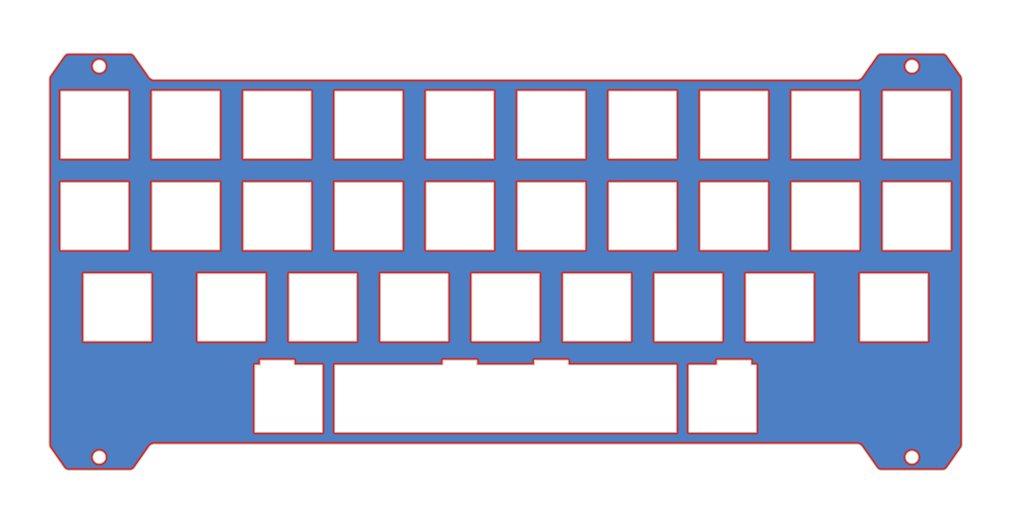
<source format=kicad_pcb>
(kicad_pcb (version 20211014) (generator pcbnew)
  (layers (0 "F.Cu" signal) (31 "B.Cu" signal) (34 "B.Paste" user) (35 "F.Paste" user) (36 "B.SilkS" user "B.Silkscreen") (37 "F.SilkS" user "F.Silkscreen") (38 "B.Mask" user) (39 "F.Mask" user) (44 "Edge.Cuts" user))
  (net 0 "")
  (gr_line (start 187.325 109.5375) (end 193.20625 109.5375) (layer "Edge.Cuts") (width 0.2))
  (gr_arc (start 222.320781 126.0625) (mid 222.851111 126.180577) (end 223.28125 126.5125) (layer "Edge.Cuts") (width 0.2))
  (gr_line (start 155.10625 109.5375) (end 155.10625 108.5375) (layer "Edge.Cuts") (width 0.2))
  (gr_line (start 94.45625 71.4375) (end 108.45625 71.4375) (layer "Edge.Cuts") (width 0.2))
  (gr_line (start 61.11875 90.4875) (end 75.11875 90.4875) (layer "Edge.Cuts") (width 0.2))
  (gr_line (start 227.80625 52.3875) (end 241.80625 52.3875) (layer "Edge.Cuts") (width 0.2))
  (gr_line (start 237.04375 90.4875) (end 237.04375 104.4875) (layer "Edge.Cuts") (width 0.2))
  (gr_line (start 200.20625 109.5375) (end 201.325 109.5375) (layer "Edge.Cuts") (width 0.2))
  (gr_line (start 208.75625 71.4375) (end 222.75625 71.4375) (layer "Edge.Cuts") (width 0.2))
  (gr_line (start 117.98125 104.4875) (end 103.98125 104.4875) (layer "Edge.Cuts") (width 0.2))
  (gr_line (start 97.95625 108.5375) (end 104.95625 108.5375) (layer "Edge.Cuts") (width 0.2))
  (gr_line (start 104.95625 108.5375) (end 104.95625 109.5375) (layer "Edge.Cuts") (width 0.2))
  (gr_line (start 223.04375 90.4875) (end 237.04375 90.4875) (layer "Edge.Cuts") (width 0.2))
  (gr_line (start 137.03125 90.4875) (end 137.03125 104.4875) (layer "Edge.Cuts") (width 0.2))
  (gr_line (start 75.40625 66.3875) (end 75.40625 52.3875) (layer "Edge.Cuts") (width 0.2))
  (gr_line (start 222.75625 85.4375) (end 208.75625 85.4375) (layer "Edge.Cuts") (width 0.2))
  (gr_line (start 241.80625 85.4375) (end 227.80625 85.4375) (layer "Edge.Cuts") (width 0.2))
  (gr_line (start 123.03125 90.4875) (end 137.03125 90.4875) (layer "Edge.Cuts") (width 0.2))
  (gr_circle (center 233.80625 47.1625) (end 235.08125 47.1625) (layer "Edge.Cuts") (width 0.2) (fill none))
  (gr_line (start 162.10625 109.5375) (end 184.65625 109.5375) (layer "Edge.Cuts") (width 0.2))
  (gr_line (start 89.40625 52.3875) (end 89.40625 66.3875) (layer "Edge.Cuts") (width 0.2))
  (gr_line (start 57.982069 44.4125) (end 70.730431 44.4125) (layer "Edge.Cuts") (width 0.2))
  (gr_line (start 123.03125 104.4875) (end 123.03125 90.4875) (layer "Edge.Cuts") (width 0.2))
  (gr_line (start 89.40625 71.4375) (end 89.40625 85.4375) (layer "Edge.Cuts") (width 0.2))
  (gr_arc (start 226.40803 44.945672) (mid 226.854807 44.553777) (end 227.432069 44.4125) (layer "Edge.Cuts") (width 0.2))
  (gr_line (start 180.18125 104.4875) (end 180.18125 90.4875) (layer "Edge.Cuts") (width 0.2))
  (gr_line (start 56.35625 52.3875) (end 70.35625 52.3875) (layer "Edge.Cuts") (width 0.2))
  (gr_line (start 170.65625 66.3875) (end 170.65625 52.3875) (layer "Edge.Cuts") (width 0.2))
  (gr_line (start 103.98125 90.4875) (end 117.98125 90.4875) (layer "Edge.Cuts") (width 0.2))
  (gr_line (start 70.730431 131.5125) (end 57.982069 131.5125) (layer "Edge.Cuts") (width 0.2))
  (gr_line (start 241.80625 66.3875) (end 227.80625 66.3875) (layer "Edge.Cuts") (width 0.2))
  (gr_line (start 175.13125 104.4875) (end 161.13125 104.4875) (layer "Edge.Cuts") (width 0.2))
  (gr_line (start 155.10625 108.5375) (end 162.10625 108.5375) (layer "Edge.Cuts") (width 0.2))
  (gr_line (start 244.10529 126.8353) (end 241.20447 130.979328) (layer "Edge.Cuts") (width 0.2))
  (gr_line (start 96.8375 109.5375) (end 97.95625 109.5375) (layer "Edge.Cuts") (width 0.2))
  (gr_line (start 110.8375 109.5375) (end 110.8375 123.5375) (layer "Edge.Cuts") (width 0.2))
  (gr_line (start 162.10625 108.5375) (end 162.10625 109.5375) (layer "Edge.Cuts") (width 0.2))
  (gr_line (start 151.60625 66.3875) (end 151.60625 52.3875) (layer "Edge.Cuts") (width 0.2))
  (gr_line (start 96.8375 123.5375) (end 96.8375 109.5375) (layer "Edge.Cuts") (width 0.2))
  (gr_line (start 142.08125 104.4875) (end 142.08125 90.4875) (layer "Edge.Cuts") (width 0.2))
  (gr_line (start 203.70625 52.3875) (end 203.70625 66.3875) (layer "Edge.Cuts") (width 0.2))
  (gr_line (start 113.50625 85.4375) (end 113.50625 71.4375) (layer "Edge.Cuts") (width 0.2))
  (gr_arc (start 75.841719 49.8625) (mid 75.311389 49.744423) (end 74.88125 49.4125) (layer "Edge.Cuts") (width 0.2))
  (gr_line (start 103.98125 104.4875) (end 103.98125 90.4875) (layer "Edge.Cuts") (width 0.2))
  (gr_line (start 241.80625 52.3875) (end 241.80625 66.3875) (layer "Edge.Cuts") (width 0.2))
  (gr_line (start 70.35625 71.4375) (end 70.35625 85.4375) (layer "Edge.Cuts") (width 0.2))
  (gr_line (start 175.13125 90.4875) (end 175.13125 104.4875) (layer "Edge.Cuts") (width 0.2))
  (gr_arc (start 74.88125 126.5125) (mid 75.311389 126.180577) (end 75.841719 126.0625) (layer "Edge.Cuts") (width 0.2))
  (gr_line (start 142.08125 90.4875) (end 156.08125 90.4875) (layer "Edge.Cuts") (width 0.2))
  (gr_line (start 208.75625 52.3875) (end 222.75625 52.3875) (layer "Edge.Cuts") (width 0.2))
  (gr_line (start 184.65625 109.5375) (end 184.65625 123.5375) (layer "Edge.Cuts") (width 0.2))
  (gr_arc (start 54.05721 126.8353) (mid 53.889078 126.494271) (end 53.83125 126.118472) (layer "Edge.Cuts") (width 0.2))
  (gr_circle (center 64.35625 128.7625) (end 65.63125 128.7625) (layer "Edge.Cuts") (width 0.2) (fill none))
  (gr_line (start 223.04375 104.4875) (end 223.04375 90.4875) (layer "Edge.Cuts") (width 0.2))
  (gr_line (start 201.325 123.5375) (end 187.325 123.5375) (layer "Edge.Cuts") (width 0.2))
  (gr_line (start 56.35625 66.3875) (end 56.35625 52.3875) (layer "Edge.Cuts") (width 0.2))
  (gr_line (start 61.11875 104.4875) (end 61.11875 90.4875) (layer "Edge.Cuts") (width 0.2))
  (gr_circle (center 64.35625 47.1625) (end 65.63125 47.1625) (layer "Edge.Cuts") (width 0.2) (fill none))
  (gr_line (start 194.18125 104.4875) (end 180.18125 104.4875) (layer "Edge.Cuts") (width 0.2))
  (gr_line (start 227.80625 71.4375) (end 241.80625 71.4375) (layer "Edge.Cuts") (width 0.2))
  (gr_line (start 165.60625 71.4375) (end 165.60625 85.4375) (layer "Edge.Cuts") (width 0.2))
  (gr_arc (start 71.75447 130.979328) (mid 71.307693 131.371223) (end 70.730431 131.5125) (layer "Edge.Cuts") (width 0.2))
  (gr_line (start 184.65625 85.4375) (end 170.65625 85.4375) (layer "Edge.Cuts") (width 0.2))
  (gr_line (start 189.70625 71.4375) (end 203.70625 71.4375) (layer "Edge.Cuts") (width 0.2))
  (gr_line (start 194.18125 90.4875) (end 194.18125 104.4875) (layer "Edge.Cuts") (width 0.2))
  (gr_line (start 97.95625 109.5375) (end 97.95625 108.5375) (layer "Edge.Cuts") (width 0.2))
  (gr_line (start 54.05721 49.0897) (end 56.95803 44.945672) (layer "Edge.Cuts") (width 0.2))
  (gr_line (start 165.60625 66.3875) (end 151.60625 66.3875) (layer "Edge.Cuts") (width 0.2))
  (gr_line (start 208.75625 85.4375) (end 208.75625 71.4375) (layer "Edge.Cuts") (width 0.2))
  (gr_line (start 132.55625 66.3875) (end 132.55625 52.3875) (layer "Edge.Cuts") (width 0.2))
  (gr_line (start 180.18125 90.4875) (end 194.18125 90.4875) (layer "Edge.Cuts") (width 0.2))
  (gr_line (start 113.50625 52.3875) (end 127.50625 52.3875) (layer "Edge.Cuts") (width 0.2))
  (gr_line (start 203.70625 66.3875) (end 189.70625 66.3875) (layer "Edge.Cuts") (width 0.2))
  (gr_line (start 136.05625 108.5375) (end 143.05625 108.5375) (layer "Edge.Cuts") (width 0.2))
  (gr_line (start 203.70625 71.4375) (end 203.70625 85.4375) (layer "Edge.Cuts") (width 0.2))
  (gr_line (start 208.75625 66.3875) (end 208.75625 52.3875) (layer "Edge.Cuts") (width 0.2))
  (gr_line (start 184.65625 52.3875) (end 184.65625 66.3875) (layer "Edge.Cuts") (width 0.2))
  (gr_line (start 143.05625 108.5375) (end 143.05625 109.5375) (layer "Edge.Cuts") (width 0.2))
  (gr_arc (start 227.432069 131.5125) (mid 226.854806 131.371223) (end 226.40803 130.979328) (layer "Edge.Cuts") (width 0.2))
  (gr_line (start 222.75625 52.3875) (end 222.75625 66.3875) (layer "Edge.Cuts") (width 0.2))
  (gr_line (start 127.50625 66.3875) (end 113.50625 66.3875) (layer "Edge.Cuts") (width 0.2))
  (gr_line (start 184.65625 71.4375) (end 184.65625 85.4375) (layer "Edge.Cuts") (width 0.2))
  (gr_line (start 75.11875 90.4875) (end 75.11875 104.4875) (layer "Edge.Cuts") (width 0.2))
  (gr_arc (start 240.180431 44.4125) (mid 240.757694 44.553777) (end 241.20447 44.945672) (layer "Edge.Cuts") (width 0.2))
  (gr_line (start 151.60625 71.4375) (end 165.60625 71.4375) (layer "Edge.Cuts") (width 0.2))
  (gr_line (start 136.05625 109.5375) (end 136.05625 108.5375) (layer "Edge.Cuts") (width 0.2))
  (gr_line (start 199.23125 90.4875) (end 213.23125 90.4875) (layer "Edge.Cuts") (width 0.2))
  (gr_line (start 70.35625 85.4375) (end 56.35625 85.4375) (layer "Edge.Cuts") (width 0.2))
  (gr_line (start 203.70625 85.4375) (end 189.70625 85.4375) (layer "Edge.Cuts") (width 0.2))
  (gr_line (start 89.40625 85.4375) (end 75.40625 85.4375) (layer "Edge.Cuts") (width 0.2))
  (gr_line (start 94.45625 66.3875) (end 94.45625 52.3875) (layer "Edge.Cuts") (width 0.2))
  (gr_line (start 199.23125 104.4875) (end 199.23125 90.4875) (layer "Edge.Cuts") (width 0.2))
  (gr_line (start 56.95803 130.979328) (end 54.05721 126.8353) (layer "Edge.Cuts") (width 0.2))
  (gr_line (start 201.325 109.5375) (end 201.325 123.5375) (layer "Edge.Cuts") (width 0.2))
  (gr_line (start 53.83125 126.118472) (end 53.83125 49.806528) (layer "Edge.Cuts") (width 0.2))
  (gr_line (start 143.05625 109.5375) (end 155.10625 109.5375) (layer "Edge.Cuts") (width 0.2))
  (gr_line (start 113.50625 66.3875) (end 113.50625 52.3875) (layer "Edge.Cuts") (width 0.2))
  (gr_arc (start 223.28125 49.4125) (mid 222.851111 49.744423) (end 222.320781 49.8625) (layer "Edge.Cuts") (width 0.2))
  (gr_line (start 146.55625 71.4375) (end 146.55625 85.4375) (layer "Edge.Cuts") (width 0.2))
  (gr_arc (start 56.95803 44.945672) (mid 57.404807 44.553777) (end 57.982069 44.4125) (layer "Edge.Cuts") (width 0.2))
  (gr_line (start 151.60625 52.3875) (end 165.60625 52.3875) (layer "Edge.Cuts") (width 0.2))
  (gr_line (start 84.93125 104.4875) (end 84.93125 90.4875) (layer "Edge.Cuts") (width 0.2))
  (gr_line (start 113.50625 71.4375) (end 127.50625 71.4375) (layer "Edge.Cuts") (width 0.2))
  (gr_line (start 213.23125 104.4875) (end 199.23125 104.4875) (layer "Edge.Cuts") (width 0.2))
  (gr_line (start 189.70625 66.3875) (end 189.70625 52.3875) (layer "Edge.Cuts") (width 0.2))
  (gr_line (start 74.88125 126.5125) (end 71.75447 130.979328) (layer "Edge.Cuts") (width 0.2))
  (gr_line (start 170.65625 85.4375) (end 170.65625 71.4375) (layer "Edge.Cuts") (width 0.2))
  (gr_line (start 113.50625 123.5375) (end 113.50625 109.5375) (layer "Edge.Cuts") (width 0.2))
  (gr_line (start 227.80625 85.4375) (end 227.80625 71.4375) (layer "Edge.Cuts") (width 0.2))
  (gr_line (start 113.50625 109.5375) (end 136.05625 109.5375) (layer "Edge.Cuts") (width 0.2))
  (gr_line (start 71.75447 44.945672) (end 74.88125 49.4125) (layer "Edge.Cuts") (width 0.2))
  (gr_line (start 170.65625 52.3875) (end 184.65625 52.3875) (layer "Edge.Cuts") (width 0.2))
  (gr_line (start 89.40625 66.3875) (end 75.40625 66.3875) (layer "Edge.Cuts") (width 0.2))
  (gr_line (start 84.93125 90.4875) (end 98.93125 90.4875) (layer "Edge.Cuts") (width 0.2))
  (gr_line (start 117.98125 90.4875) (end 117.98125 104.4875) (layer "Edge.Cuts") (width 0.2))
  (gr_arc (start 70.730431 44.4125) (mid 71.307694 44.553777) (end 71.75447 44.945672) (layer "Edge.Cuts") (width 0.2))
  (gr_line (start 127.50625 52.3875) (end 127.50625 66.3875) (layer "Edge.Cuts") (width 0.2))
  (gr_line (start 241.20447 44.945672) (end 244.10529 49.0897) (layer "Edge.Cuts") (width 0.2))
  (gr_arc (start 244.10529 49.0897) (mid 244.273422 49.430729) (end 244.33125 49.806528) (layer "Edge.Cuts") (width 0.2))
  (gr_line (start 184.65625 123.5375) (end 113.50625 123.5375) (layer "Edge.Cuts") (width 0.2))
  (gr_line (start 161.13125 90.4875) (end 175.13125 90.4875) (layer "Edge.Cuts") (width 0.2))
  (gr_line (start 56.35625 71.4375) (end 70.35625 71.4375) (layer "Edge.Cuts") (width 0.2))
  (gr_line (start 108.45625 85.4375) (end 94.45625 85.4375) (layer "Edge.Cuts") (width 0.2))
  (gr_line (start 75.11875 104.4875) (end 61.11875 104.4875) (layer "Edge.Cuts") (width 0.2))
  (gr_line (start 193.20625 108.5375) (end 200.20625 108.5375) (layer "Edge.Cuts") (width 0.2))
  (gr_line (start 108.45625 52.3875) (end 108.45625 66.3875) (layer "Edge.Cuts") (width 0.2))
  (gr_line (start 146.55625 52.3875) (end 146.55625 66.3875) (layer "Edge.Cuts") (width 0.2))
  (gr_line (start 222.75625 71.4375) (end 222.75625 85.4375) (layer "Edge.Cuts") (width 0.2))
  (gr_line (start 108.45625 71.4375) (end 108.45625 85.4375) (layer "Edge.Cuts") (width 0.2))
  (gr_line (start 70.35625 52.3875) (end 70.35625 66.3875) (layer "Edge.Cuts") (width 0.2))
  (gr_line (start 75.40625 85.4375) (end 75.40625 71.4375) (layer "Edge.Cuts") (width 0.2))
  (gr_line (start 184.65625 66.3875) (end 170.65625 66.3875) (layer "Edge.Cuts") (width 0.2))
  (gr_line (start 189.70625 52.3875) (end 203.70625 52.3875) (layer "Edge.Cuts") (width 0.2))
  (gr_line (start 56.35625 85.4375) (end 56.35625 71.4375) (layer "Edge.Cuts") (width 0.2))
  (gr_line (start 244.33125 49.806528) (end 244.33125 126.118472) (layer "Edge.Cuts") (width 0.2))
  (gr_line (start 98.93125 104.4875) (end 84.93125 104.4875) (layer "Edge.Cuts") (width 0.2))
  (gr_line (start 241.80625 71.4375) (end 241.80625 85.4375) (layer "Edge.Cuts") (width 0.2))
  (gr_line (start 132.55625 71.4375) (end 146.55625 71.4375) (layer "Edge.Cuts") (width 0.2))
  (gr_line (start 156.08125 90.4875) (end 156.08125 104.4875) (layer "Edge.Cuts") (width 0.2))
  (gr_arc (start 53.83125 49.806528) (mid 53.889078 49.430729) (end 54.05721 49.0897) (layer "Edge.Cuts") (width 0.2))
  (gr_line (start 222.75625 66.3875) (end 208.75625 66.3875) (layer "Edge.Cuts") (width 0.2))
  (gr_line (start 127.50625 71.4375) (end 127.50625 85.4375) (layer "Edge.Cuts") (width 0.2))
  (gr_arc (start 241.20447 130.979328) (mid 240.757693 131.371223) (end 240.180431 131.5125) (layer "Edge.Cuts") (width 0.2))
  (gr_line (start 108.45625 66.3875) (end 94.45625 66.3875) (layer "Edge.Cuts") (width 0.2))
  (gr_line (start 170.65625 71.4375) (end 184.65625 71.4375) (layer "Edge.Cuts") (width 0.2))
  (gr_arc (start 244.33125 126.118472) (mid 244.273422 126.494271) (end 244.10529 126.8353) (layer "Edge.Cuts") (width 0.2))
  (gr_line (start 161.13125 104.4875) (end 161.13125 90.4875) (layer "Edge.Cuts") (width 0.2))
  (gr_line (start 94.45625 52.3875) (end 108.45625 52.3875) (layer "Edge.Cuts") (width 0.2))
  (gr_line (start 237.04375 104.4875) (end 223.04375 104.4875) (layer "Edge.Cuts") (width 0.2))
  (gr_line (start 227.432069 44.4125) (end 240.180431 44.4125) (layer "Edge.Cuts") (width 0.2))
  (gr_line (start 189.70625 85.4375) (end 189.70625 71.4375) (layer "Edge.Cuts") (width 0.2))
  (gr_line (start 104.95625 109.5375) (end 110.8375 109.5375) (layer "Edge.Cuts") (width 0.2))
  (gr_line (start 240.180431 131.5125) (end 227.432069 131.5125) (layer "Edge.Cuts") (width 0.2))
  (gr_line (start 227.80625 66.3875) (end 227.80625 52.3875) (layer "Edge.Cuts") (width 0.2))
  (gr_line (start 94.45625 85.4375) (end 94.45625 71.4375) (layer "Edge.Cuts") (width 0.2))
  (gr_line (start 146.55625 85.4375) (end 132.55625 85.4375) (layer "Edge.Cuts") (width 0.2))
  (gr_line (start 132.55625 52.3875) (end 146.55625 52.3875) (layer "Edge.Cuts") (width 0.2))
  (gr_line (start 213.23125 90.4875) (end 213.23125 104.4875) (layer "Edge.Cuts") (width 0.2))
  (gr_line (start 70.35625 66.3875) (end 56.35625 66.3875) (layer "Edge.Cuts") (width 0.2))
  (gr_line (start 75.40625 52.3875) (end 89.40625 52.3875) (layer "Edge.Cuts") (width 0.2))
  (gr_line (start 110.8375 123.5375) (end 96.8375 123.5375) (layer "Edge.Cuts") (width 0.2))
  (gr_line (start 165.60625 52.3875) (end 165.60625 66.3875) (layer "Edge.Cuts") (width 0.2))
  (gr_line (start 156.08125 104.4875) (end 142.08125 104.4875) (layer "Edge.Cuts") (width 0.2))
  (gr_line (start 165.60625 85.4375) (end 151.60625 85.4375) (layer "Edge.Cuts") (width 0.2))
  (gr_line (start 226.40803 130.979328) (end 223.28125 126.5125) (layer "Edge.Cuts") (width 0.2))
  (gr_line (start 222.320781 126.0625) (end 75.841719 126.0625) (layer "Edge.Cuts") (width 0.2))
  (gr_circle (center 233.80625 128.7625) (end 235.08125 128.7625) (layer "Edge.Cuts") (width 0.2) (fill none))
  (gr_line (start 193.20625 109.5375) (end 193.20625 108.5375) (layer "Edge.Cuts") (width 0.2))
  (gr_line (start 223.28125 49.4125) (end 226.40803 44.945672) (layer "Edge.Cuts") (width 0.2))
  (gr_line (start 98.93125 90.4875) (end 98.93125 104.4875) (layer "Edge.Cuts") (width 0.2))
  (gr_line (start 75.40625 71.4375) (end 89.40625 71.4375) (layer "Edge.Cuts") (width 0.2))
  (gr_line (start 146.55625 66.3875) (end 132.55625 66.3875) (layer "Edge.Cuts") (width 0.2))
  (gr_line (start 187.325 123.5375) (end 187.325 109.5375) (layer "Edge.Cuts") (width 0.2))
  (gr_line (start 137.03125 104.4875) (end 123.03125 104.4875) (layer "Edge.Cuts") (width 0.2))
  (gr_line (start 127.50625 85.4375) (end 113.50625 85.4375) (layer "Edge.Cuts") (width 0.2))
  (gr_line (start 132.55625 85.4375) (end 132.55625 71.4375) (layer "Edge.Cuts") (width 0.2))
  (gr_line (start 151.60625 85.4375) (end 151.60625 71.4375) (layer "Edge.Cuts") (width 0.2))
  (gr_line (start 200.20625 108.5375) (end 200.20625 109.5375) (layer "Edge.Cuts") (width 0.2))
  (gr_arc (start 57.982069 131.5125) (mid 57.404806 131.371223) (end 56.95803 130.979328) (layer "Edge.Cuts") (width 0.2))
  (gr_line (start 75.841719 49.8625) (end 222.320781 49.8625) (layer "Edge.Cuts") (width 0.2))
  (zone (net 0) (net_name "") (layer "F.Cu") (connect_pads (clearance 0)) (min_thickness 0.254) (fill yes (thermal_gap 0.508) (thermal_bridge_width 0.508))
    (polygon (pts (xy 250.03125 137.31875) (xy 48.41875 136.525) (xy 50.8 40.48125) (xy 252.4125 38.89375)))
  )
  (zone (net 0) (net_name "") (layer "B.Cu") (connect_pads (clearance 0.5)) (min_thickness 0.254) (fill yes (thermal_gap 0.508) (thermal_bridge_width 0.508))
    (polygon (pts (xy 257.175 34.925) (xy 255.5875 142.875) (xy 45.24375 139.7) (xy 43.65625 33.3375)))
  )
)
</source>
